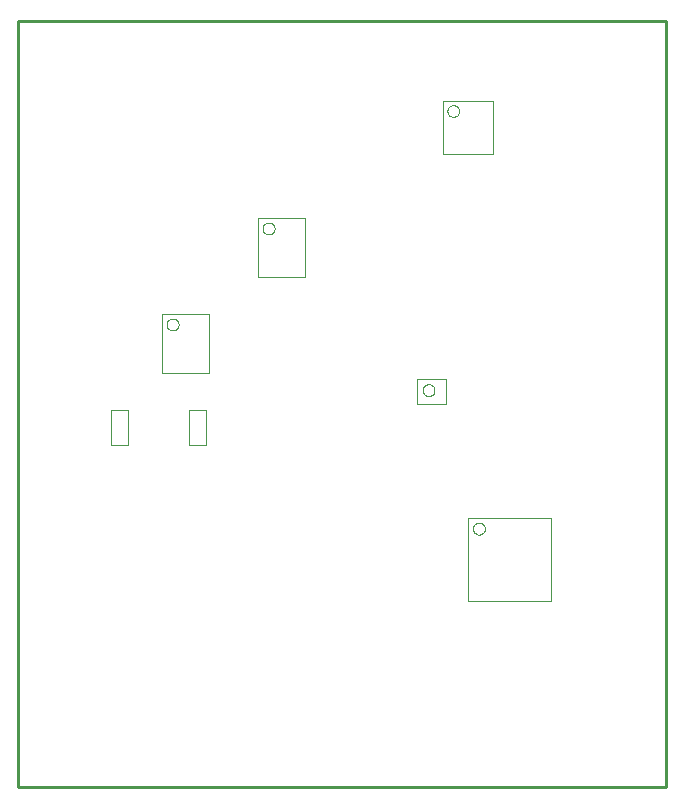
<source format=gko>
%FSTAX23Y23*%
%MOIN*%
%SFA1B1*%

%IPPOS*%
%ADD34C,0.010000*%
%ADD37C,0.003940*%
%LNrazbot_v02-1*%
%LPD*%
G54D34*
X0Y0D02*
Y02555D01*
X0216*
Y0D02*
Y02555D01*
X0Y0D02*
X0216D01*
X0D02*
Y02555D01*
X0216*
Y0D02*
Y02555D01*
X0Y0D02*
X0216D01*
G54D37*
X01472Y02254D02*
D01*
X01472Y02255*
X01471Y02257*
X01471Y02258*
X01471Y02259*
X0147Y02261*
X0147Y02262*
X01469Y02263*
X01469Y02264*
X01468Y02266*
X01467Y02267*
X01466Y02268*
X01465Y02269*
X01464Y0227*
X01463Y0227*
X01462Y02271*
X0146Y02272*
X01459Y02272*
X01458Y02273*
X01457Y02273*
X01455Y02273*
X01454Y02274*
X01453Y02274*
X01451*
X0145Y02274*
X01448Y02273*
X01447Y02273*
X01446Y02273*
X01444Y02272*
X01443Y02272*
X01442Y02271*
X01441Y0227*
X0144Y0227*
X01439Y02269*
X01438Y02268*
X01437Y02267*
X01436Y02266*
X01435Y02264*
X01434Y02263*
X01434Y02262*
X01433Y02261*
X01433Y02259*
X01433Y02258*
X01432Y02257*
X01432Y02255*
X01432Y02254*
X01432Y02253*
X01432Y02251*
X01433Y0225*
X01433Y02249*
X01433Y02247*
X01434Y02246*
X01434Y02245*
X01435Y02244*
X01436Y02242*
X01437Y02241*
X01438Y0224*
X01439Y02239*
X0144Y02239*
X01441Y02238*
X01442Y02237*
X01443Y02236*
X01444Y02236*
X01446Y02235*
X01447Y02235*
X01448Y02235*
X0145Y02234*
X01451Y02234*
X01453*
X01454Y02234*
X01455Y02235*
X01457Y02235*
X01458Y02235*
X01459Y02236*
X0146Y02236*
X01462Y02237*
X01463Y02238*
X01464Y02239*
X01465Y02239*
X01466Y0224*
X01467Y02241*
X01468Y02242*
X01469Y02244*
X01469Y02245*
X0147Y02246*
X0147Y02247*
X01471Y02249*
X01471Y0225*
X01471Y02251*
X01472Y02253*
X01472Y02254*
X00856Y01862D02*
D01*
X00856Y01864*
X00856Y01865*
X00855Y01867*
X00855Y01868*
X00855Y01869*
X00854Y0187*
X00854Y01872*
X00853Y01873*
X00852Y01874*
X00851Y01875*
X0085Y01876*
X00849Y01877*
X00848Y01878*
X00847Y01879*
X00846Y0188*
X00845Y0188*
X00844Y01881*
X00842Y01881*
X00841Y01882*
X0084Y01882*
X00838Y01882*
X00837Y01882*
X00836*
X00834Y01882*
X00833Y01882*
X00831Y01882*
X0083Y01881*
X00829Y01881*
X00828Y0188*
X00826Y0188*
X00825Y01879*
X00824Y01878*
X00823Y01877*
X00822Y01876*
X00821Y01875*
X0082Y01874*
X00819Y01873*
X00819Y01872*
X00818Y0187*
X00818Y01869*
X00817Y01868*
X00817Y01867*
X00817Y01865*
X00817Y01864*
X00817Y01862*
X00817Y01861*
X00817Y0186*
X00817Y01858*
X00817Y01857*
X00818Y01856*
X00818Y01854*
X00819Y01853*
X00819Y01852*
X0082Y01851*
X00821Y0185*
X00822Y01849*
X00823Y01848*
X00824Y01847*
X00825Y01846*
X00826Y01845*
X00828Y01845*
X00829Y01844*
X0083Y01844*
X00831Y01843*
X00833Y01843*
X00834Y01843*
X00836Y01843*
X00837*
X00838Y01843*
X0084Y01843*
X00841Y01843*
X00842Y01844*
X00844Y01844*
X00845Y01845*
X00846Y01845*
X00847Y01846*
X00848Y01847*
X00849Y01848*
X0085Y01849*
X00851Y0185*
X00852Y01851*
X00853Y01852*
X00854Y01853*
X00854Y01854*
X00855Y01856*
X00855Y01857*
X00855Y01858*
X00856Y0186*
X00856Y01861*
X00856Y01862*
X00536Y01542D02*
D01*
X00536Y01544*
X00536Y01545*
X00535Y01547*
X00535Y01548*
X00535Y01549*
X00534Y0155*
X00534Y01552*
X00533Y01553*
X00532Y01554*
X00531Y01555*
X0053Y01556*
X00529Y01557*
X00528Y01558*
X00527Y01559*
X00526Y0156*
X00525Y0156*
X00524Y01561*
X00522Y01561*
X00521Y01562*
X0052Y01562*
X00518Y01562*
X00517Y01562*
X00516*
X00514Y01562*
X00513Y01562*
X00511Y01562*
X0051Y01561*
X00509Y01561*
X00508Y0156*
X00506Y0156*
X00505Y01559*
X00504Y01558*
X00503Y01557*
X00502Y01556*
X00501Y01555*
X005Y01554*
X00499Y01553*
X00499Y01552*
X00498Y0155*
X00498Y01549*
X00497Y01548*
X00497Y01547*
X00497Y01545*
X00497Y01544*
X00497Y01542*
X00497Y01541*
X00497Y0154*
X00497Y01538*
X00497Y01537*
X00498Y01536*
X00498Y01534*
X00499Y01533*
X00499Y01532*
X005Y01531*
X00501Y0153*
X00502Y01529*
X00503Y01528*
X00504Y01527*
X00505Y01526*
X00506Y01525*
X00508Y01525*
X00509Y01524*
X0051Y01524*
X00511Y01523*
X00513Y01523*
X00514Y01523*
X00516Y01523*
X00517*
X00518Y01523*
X0052Y01523*
X00521Y01523*
X00522Y01524*
X00524Y01524*
X00525Y01525*
X00526Y01525*
X00527Y01526*
X00528Y01527*
X00529Y01528*
X0053Y01529*
X00531Y0153*
X00532Y01531*
X00533Y01532*
X00534Y01533*
X00534Y01534*
X00535Y01536*
X00535Y01537*
X00535Y01538*
X00536Y0154*
X00536Y01541*
X00536Y01542*
X01389Y01323D02*
D01*
X01389Y01325*
X01389Y01326*
X01389Y01328*
X01389Y01329*
X01388Y0133*
X01388Y01331*
X01387Y01333*
X01386Y01334*
X01386Y01335*
X01385Y01336*
X01384Y01337*
X01383Y01338*
X01382Y01339*
X01381Y0134*
X01379Y0134*
X01378Y01341*
X01377Y01342*
X01376Y01342*
X01374Y01343*
X01373Y01343*
X01372Y01343*
X0137Y01343*
X01369*
X01368Y01343*
X01366Y01343*
X01365Y01343*
X01364Y01342*
X01362Y01342*
X01361Y01341*
X0136Y0134*
X01359Y0134*
X01358Y01339*
X01356Y01338*
X01355Y01337*
X01355Y01336*
X01354Y01335*
X01353Y01334*
X01352Y01333*
X01352Y01331*
X01351Y0133*
X01351Y01329*
X0135Y01328*
X0135Y01326*
X0135Y01325*
X0135Y01323*
X0135Y01322*
X0135Y01321*
X0135Y01319*
X01351Y01318*
X01351Y01317*
X01352Y01315*
X01352Y01314*
X01353Y01313*
X01354Y01312*
X01355Y01311*
X01355Y0131*
X01356Y01309*
X01358Y01308*
X01359Y01307*
X0136Y01306*
X01361Y01306*
X01362Y01305*
X01364Y01305*
X01365Y01304*
X01366Y01304*
X01368Y01304*
X01369Y01304*
X0137*
X01372Y01304*
X01373Y01304*
X01374Y01304*
X01376Y01305*
X01377Y01305*
X01378Y01306*
X01379Y01306*
X01381Y01307*
X01382Y01308*
X01383Y01309*
X01384Y0131*
X01385Y01311*
X01386Y01312*
X01386Y01313*
X01387Y01314*
X01388Y01315*
X01388Y01317*
X01389Y01318*
X01389Y01319*
X01389Y01321*
X01389Y01322*
X01389Y01323*
X01557Y00862D02*
D01*
X01557Y00863*
X01557Y00865*
X01556Y00866*
X01556Y00867*
X01556Y00869*
X01555Y0087*
X01555Y00871*
X01554Y00872*
X01553Y00873*
X01552Y00875*
X01551Y00876*
X0155Y00876*
X01549Y00877*
X01548Y00878*
X01547Y00879*
X01546Y0088*
X01545Y0088*
X01543Y00881*
X01542Y00881*
X01541Y00881*
X01539Y00881*
X01538Y00882*
X01536*
X01535Y00881*
X01534Y00881*
X01532Y00881*
X01531Y00881*
X0153Y0088*
X01528Y0088*
X01527Y00879*
X01526Y00878*
X01525Y00877*
X01524Y00876*
X01523Y00876*
X01522Y00875*
X01521Y00873*
X0152Y00872*
X0152Y00871*
X01519Y0087*
X01519Y00869*
X01518Y00867*
X01518Y00866*
X01518Y00865*
X01517Y00863*
X01517Y00862*
X01517Y0086*
X01518Y00859*
X01518Y00858*
X01518Y00856*
X01519Y00855*
X01519Y00854*
X0152Y00853*
X0152Y00851*
X01521Y0085*
X01522Y00849*
X01523Y00848*
X01524Y00847*
X01525Y00846*
X01526Y00846*
X01527Y00845*
X01528Y00844*
X0153Y00844*
X01531Y00843*
X01532Y00843*
X01534Y00842*
X01535Y00842*
X01536Y00842*
X01538*
X01539Y00842*
X01541Y00842*
X01542Y00843*
X01543Y00843*
X01545Y00844*
X01546Y00844*
X01547Y00845*
X01548Y00846*
X01549Y00846*
X0155Y00847*
X01551Y00848*
X01552Y00849*
X01553Y0085*
X01554Y00851*
X01555Y00853*
X01555Y00854*
X01556Y00855*
X01556Y00856*
X01556Y00858*
X01557Y00859*
X01557Y0086*
X01557Y00862*
X00312Y0114D02*
X00367D01*
X00312Y01259D02*
X00367D01*
Y0114D02*
Y01259D01*
X00312Y0114D02*
Y01259D01*
X01416Y0211D02*
Y02289D01*
X01583Y0211D02*
Y02289D01*
X01416D02*
X01583D01*
X01416Y0211D02*
X01583D01*
X00572Y0114D02*
X00627D01*
X00572Y01259D02*
X00627D01*
Y0114D02*
Y01259D01*
X00572Y0114D02*
Y01259D01*
X00801Y01701D02*
X00958D01*
X00801Y01898D02*
X00958D01*
Y01701D02*
Y01898D01*
X00801Y01701D02*
Y01898D01*
X00481Y01381D02*
X00638D01*
X00481Y01578D02*
X00638D01*
Y01381D02*
Y01578D01*
X00481Y01381D02*
Y01578D01*
X01332Y01278D02*
X01427D01*
X01332Y01361D02*
X01427D01*
Y01278D02*
Y01361D01*
X01332Y01278D02*
Y01361D01*
X01502Y00622D02*
Y00897D01*
X01777Y00622D02*
Y00897D01*
X01502D02*
X01777D01*
X01502Y00622D02*
X01777D01*
M02*
</source>
